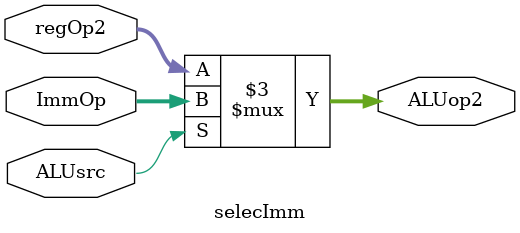
<source format=sv>
module selecImm #(
    parameter DATA_WIDTH = 32
)(
    input logic ALUsrc,
    input logic [DATA_WIDTH-1:0] regOp2, ImmOp,
    output logic [DATA_WIDTH-1:0] ALUop2
);

always_comb begin
    if (ALUsrc) ALUop2 = ImmOp;
    else ALUop2 = regOp2;
end

endmodule
</source>
